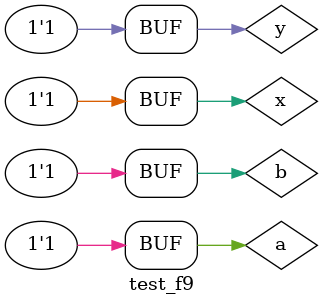
<source format=v>
/*
 Guia_0504.v
 810862 - Vitor Lucio de Oliveira
*/

module f9 (output s, input a, input b);
  // Definir dados locais
  wire not_a, and_out, not_and_out;

  // Descrever por portas NAND
  nand NAND1 (not_a, a, a);
  nand NAND2 (and_out, not_a, b);
  nand NAND3 (not_and_out, and_out, and_out);
  nand NAND4 (s, not_and_out, not_and_out);
  
endmodule // f9

module test_f9;
  // Definir dados
  reg x;
  reg y;
  wire a, b;
  wire s;

  // Instanciar o módulo
  f9 modulo (s, x, y);

  // Parte principal
  initial begin : main
    $display("Guia_0504 - Vitor Lucio de Oliveira - 810862");
    $display("Test module");
    $display(" x y a b s");
    
    // Projetar testes do módulo
    $monitor("%4b %4b %4b %4b %4b", x, y, a, b, s);
    
    // Teste 1: a = 0, b = 0
    x = 1'b0; y = 1'b0;
    #1 a = 1'b0; b = 1'b0;
    
    // Teste 2: a = 0, b = 1
    x = 1'b0; y = 1'b1;
    #1 a = 1'b0; b = 1'b1;
    
    // Teste 3: a = 1, b = 0
    x = 1'b1; y = 1'b0;
    #1 a = 1'b1; b = 1'b0;
    
    // Teste 4: a = 1, b = 1
    x = 1'b1; y = 1'b1;
    #1 a = 1'b1; b = 1'b1;
  end
endmodule // test_f9

</source>
